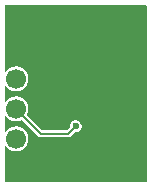
<source format=gbr>
%TF.GenerationSoftware,KiCad,Pcbnew,9.0.2*%
%TF.CreationDate,2026-01-04T09:32:38+09:00*%
%TF.ProjectId,BMI088,424d4930-3838-42e6-9b69-6361645f7063,rev?*%
%TF.SameCoordinates,Original*%
%TF.FileFunction,Copper,L2,Bot*%
%TF.FilePolarity,Positive*%
%FSLAX46Y46*%
G04 Gerber Fmt 4.6, Leading zero omitted, Abs format (unit mm)*
G04 Created by KiCad (PCBNEW 9.0.2) date 2026-01-04 09:32:38*
%MOMM*%
%LPD*%
G01*
G04 APERTURE LIST*
%TA.AperFunction,ComponentPad*%
%ADD10R,1.700000X1.700000*%
%TD*%
%TA.AperFunction,ComponentPad*%
%ADD11C,1.700000*%
%TD*%
%TA.AperFunction,ViaPad*%
%ADD12C,0.600000*%
%TD*%
%TA.AperFunction,Conductor*%
%ADD13C,0.200000*%
%TD*%
G04 APERTURE END LIST*
D10*
%TO.P,J1,1,Pin_1*%
%TO.N,GND*%
X101450000Y-55190000D03*
D11*
%TO.P,J1,2,Pin_2*%
%TO.N,SDA*%
X101450000Y-57730000D03*
%TO.P,J1,3,Pin_3*%
%TO.N,SCL*%
X101450000Y-60270000D03*
%TO.P,J1,4,Pin_4*%
%TO.N,VIN*%
X101450000Y-62810000D03*
%TD*%
D12*
%TO.N,GND*%
X104000000Y-61400000D03*
X108600000Y-52100000D03*
X104100000Y-52100000D03*
X110000000Y-65300000D03*
X103000000Y-64100000D03*
X106500000Y-66200000D03*
X109000000Y-56400000D03*
X108500000Y-60000000D03*
X104400000Y-57500000D03*
%TO.N,SCL*%
X106500000Y-61750000D03*
%TD*%
D13*
%TO.N,SCL*%
X105850000Y-62400000D02*
X103580000Y-62400000D01*
X106500000Y-61750000D02*
X105850000Y-62400000D01*
X103580000Y-62400000D02*
X101450000Y-60270000D01*
%TD*%
%TA.AperFunction,Conductor*%
%TO.N,GND*%
G36*
X112485148Y-51514852D02*
G01*
X112499500Y-51549500D01*
X112499500Y-66450500D01*
X112485148Y-66485148D01*
X112450500Y-66499500D01*
X100549500Y-66499500D01*
X100514852Y-66485148D01*
X100500500Y-66450500D01*
X100500500Y-63441354D01*
X100514852Y-63406706D01*
X100549500Y-63392354D01*
X100584148Y-63406706D01*
X100590239Y-63414128D01*
X100634023Y-63479655D01*
X100780345Y-63625977D01*
X100952402Y-63740941D01*
X101143580Y-63820130D01*
X101346535Y-63860500D01*
X101346538Y-63860500D01*
X101553462Y-63860500D01*
X101553465Y-63860500D01*
X101756420Y-63820130D01*
X101947598Y-63740941D01*
X102119655Y-63625977D01*
X102265977Y-63479655D01*
X102380941Y-63307598D01*
X102460130Y-63116420D01*
X102500500Y-62913465D01*
X102500500Y-62706535D01*
X102460130Y-62503580D01*
X102380941Y-62312402D01*
X102265977Y-62140345D01*
X102119655Y-61994023D01*
X101947598Y-61879059D01*
X101947596Y-61879058D01*
X101756423Y-61799871D01*
X101756417Y-61799869D01*
X101674572Y-61783589D01*
X101553465Y-61759500D01*
X101346535Y-61759500D01*
X101245520Y-61779592D01*
X101143582Y-61799869D01*
X101143576Y-61799871D01*
X100952403Y-61879058D01*
X100780345Y-61994022D01*
X100634022Y-62140345D01*
X100590242Y-62205868D01*
X100559059Y-62226703D01*
X100522277Y-62219387D01*
X100501442Y-62188204D01*
X100500500Y-62178645D01*
X100500500Y-60901354D01*
X100514852Y-60866706D01*
X100549500Y-60852354D01*
X100584148Y-60866706D01*
X100590239Y-60874128D01*
X100634023Y-60939655D01*
X100780345Y-61085977D01*
X100952402Y-61200941D01*
X101143580Y-61280130D01*
X101346535Y-61320500D01*
X101346538Y-61320500D01*
X101553462Y-61320500D01*
X101553465Y-61320500D01*
X101756420Y-61280130D01*
X101923270Y-61211018D01*
X101960772Y-61211018D01*
X101976669Y-61221640D01*
X103339540Y-62584511D01*
X103395489Y-62640460D01*
X103464011Y-62680021D01*
X103499478Y-62689524D01*
X103540436Y-62700500D01*
X103540438Y-62700500D01*
X105889564Y-62700500D01*
X105916230Y-62693354D01*
X105965989Y-62680021D01*
X106034511Y-62640460D01*
X106090460Y-62584511D01*
X106410118Y-62264851D01*
X106444766Y-62250500D01*
X106565895Y-62250500D01*
X106565895Y-62250499D01*
X106693186Y-62216392D01*
X106807314Y-62150500D01*
X106900500Y-62057314D01*
X106966392Y-61943186D01*
X107000499Y-61815895D01*
X107000500Y-61815895D01*
X107000500Y-61684105D01*
X107000499Y-61684104D01*
X106966392Y-61556815D01*
X106966391Y-61556811D01*
X106900499Y-61442685D01*
X106807314Y-61349500D01*
X106693188Y-61283608D01*
X106693184Y-61283607D01*
X106565895Y-61249500D01*
X106565892Y-61249500D01*
X106434108Y-61249500D01*
X106434105Y-61249500D01*
X106306815Y-61283607D01*
X106306811Y-61283608D01*
X106192685Y-61349500D01*
X106192685Y-61349501D01*
X106099501Y-61442685D01*
X106099500Y-61442685D01*
X106033608Y-61556811D01*
X106033607Y-61556815D01*
X105999500Y-61684104D01*
X105999500Y-61805232D01*
X105985148Y-61839880D01*
X105739881Y-62085148D01*
X105705233Y-62099500D01*
X103724767Y-62099500D01*
X103690119Y-62085148D01*
X102401640Y-60796669D01*
X102387288Y-60762021D01*
X102391018Y-60743269D01*
X102399500Y-60722792D01*
X102460130Y-60576420D01*
X102500500Y-60373465D01*
X102500500Y-60166535D01*
X102460130Y-59963580D01*
X102380941Y-59772402D01*
X102265977Y-59600345D01*
X102119655Y-59454023D01*
X101947598Y-59339059D01*
X101947596Y-59339058D01*
X101756423Y-59259871D01*
X101756417Y-59259869D01*
X101674572Y-59243589D01*
X101553465Y-59219500D01*
X101346535Y-59219500D01*
X101245520Y-59239592D01*
X101143582Y-59259869D01*
X101143576Y-59259871D01*
X100952403Y-59339058D01*
X100780345Y-59454022D01*
X100634022Y-59600345D01*
X100590242Y-59665868D01*
X100559059Y-59686703D01*
X100522277Y-59679387D01*
X100501442Y-59648204D01*
X100500500Y-59638645D01*
X100500500Y-58361354D01*
X100514852Y-58326706D01*
X100549500Y-58312354D01*
X100584148Y-58326706D01*
X100590239Y-58334128D01*
X100634023Y-58399655D01*
X100780345Y-58545977D01*
X100952402Y-58660941D01*
X101143580Y-58740130D01*
X101346535Y-58780500D01*
X101346538Y-58780500D01*
X101553462Y-58780500D01*
X101553465Y-58780500D01*
X101756420Y-58740130D01*
X101947598Y-58660941D01*
X102119655Y-58545977D01*
X102265977Y-58399655D01*
X102380941Y-58227598D01*
X102460130Y-58036420D01*
X102500500Y-57833465D01*
X102500500Y-57626535D01*
X102460130Y-57423580D01*
X102380941Y-57232402D01*
X102265977Y-57060345D01*
X102119655Y-56914023D01*
X101947598Y-56799059D01*
X101947596Y-56799058D01*
X101756423Y-56719871D01*
X101756417Y-56719869D01*
X101674572Y-56703589D01*
X101553465Y-56679500D01*
X101346535Y-56679500D01*
X101245520Y-56699592D01*
X101143582Y-56719869D01*
X101143576Y-56719871D01*
X100952403Y-56799058D01*
X100780345Y-56914022D01*
X100634022Y-57060345D01*
X100590242Y-57125868D01*
X100559059Y-57146703D01*
X100522277Y-57139387D01*
X100501442Y-57108204D01*
X100500500Y-57098645D01*
X100500500Y-51549500D01*
X100514852Y-51514852D01*
X100549500Y-51500500D01*
X112450500Y-51500500D01*
X112485148Y-51514852D01*
G37*
%TD.AperFunction*%
%TD*%
M02*

</source>
